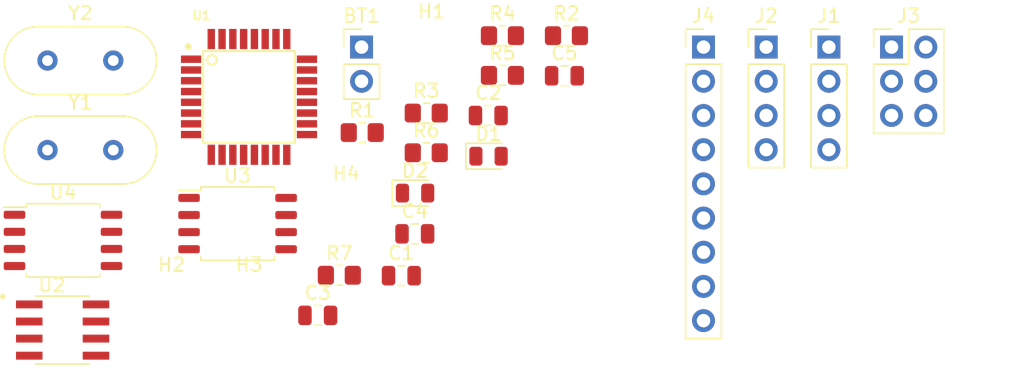
<source format=kicad_pcb>
(kicad_pcb (version 20211014) (generator pcbnew)
  (title_block (title "MCU_logger - Huskies lab") (date "2023-01-31") (rev "1.0v") (company "Designed by @Luis.p.19"))
  (layers (0 "F.Cu" mixed) (31 "B.Cu" mixed) (34 "B.Paste" user) (35 "F.Paste" user) (36 "B.SilkS" user "B.Silkscreen") (37 "F.SilkS" user "F.Silkscreen") (38 "B.Mask" user) (39 "F.Mask" user) (44 "Edge.Cuts" user))
  (property "project_name" "MCU_dtalogger with memory and clock")
  (net 0 "")
  (net 1 "Net-(BT1-Pad1)")
  (net 2 "GND")
  (net 3 "Net-(C2-Pad2)")
  (net 4 "Net-(C3-Pad2)")
  (net 5 "VCC")
  (net 6 "Net-(C5-Pad2)")
  (net 7 "Net-(D1-Pad1)")
  (net 8 "Net-(D2-Pad1)")
  (net 9 "/SCK")
  (net 10 "/SDA")
  (net 11 "/RX")
  (net 12 "/TX")
  (net 13 "/MISO")
  (net 14 "/MOSI")
  (net 15 "/RESET")
  (net 16 "/D2")
  (net 17 "/D3")
  (net 18 "/D4")
  (net 19 "/D5")
  (net 20 "/D6")
  (net 21 "/D7")
  (net 22 "/D8")
  (net 23 "Net-(R1-Pad1)")
  (net 24 "Net-(R2-Pad1)")
  (net 34 "Net-(U2-Pad1)")
  (net 35 "Net-(U2-Pad2)")
  (footprint "footprints:QFP80P900X900X120-32N" (layer "F.Cu") (at 114.205 54.5)
    (fp_text reference "U1" (at -3.543445 -6.038067) (layer "F.SilkS") (effects (font (size 0.641239 0.641239))))
    (fp_text value "ATMEGA328P-AU")
    (fp_line (start 3.4 3.4) (end -3.4 3.4) (layer "F.SilkS") (width 0.1524))
    (fp_line (start -3.4 3.4) (end -3.4 -3.4) (layer "F.SilkS") (width 0.1524))
    (fp_line (start -3.4 -3.4) (end 3.4 -3.4) (layer "F.SilkS") (width 0.1524))
    (fp_line (start 3.4 -3.4) (end 3.4 3.4) (layer "F.SilkS") (width 0.1524))
    (fp_circle (center -4.5 -3.75) (end -4.246 -3.75) (layer "F.SilkS") (width 0) (fill solid))
    (fp_circle (center -2.7432 -2.7432) (end -2.384 -2.7432) (layer "F.SilkS") (width 0.1524) (fill none))
    (pad "1" smd rect locked (at -4.3 -2.8) (size 1.5 0.55) (layers "F.Cu" "F.Paste" "F.Mask") (net 17 "/D3"))
    (pad "2" smd rect locked (at -4.3 -2) (size 1.5 0.55) (layers "F.Cu" "F.Paste" "F.Mask") (net 18 "/D4"))
    (pad "3" smd rect locked (at -4.3 -1.2) (size 1.5 0.55) (layers "F.Cu" "F.Paste" "F.Mask") (net 2 "GND"))
    (pad "4" smd rect locked (at -4.3 -0.4) (size 1.5 0.55) (layers "F.Cu" "F.Paste" "F.Mask") (net 1 "Net-(BT1-Pad1)"))
    (pad "5" smd rect locked (at -4.3 0.4) (size 1.5 0.55) (layers "F.Cu" "F.Paste" "F.Mask") (net 2 "GND"))
    (pad "6" smd rect locked (at -4.3 1.2) (size 1.5 0.55) (layers "F.Cu" "F.Paste" "F.Mask"))
    (pad "7" smd rect locked (at -4.3 2) (size 1.5 0.55) (layers "F.Cu" "F.Paste" "F.Mask") (net 6 "Net-(C5-Pad2)"))
    (pad "8" smd rect locked (at -4.3 2.8) (size 1.5 0.55) (layers "F.Cu" "F.Paste" "F.Mask") (net 4 "Net-(C3-Pad2)"))
    (pad "9" smd rect locked (at -2.8 4.3) (size 0.55 1.5) (layers "F.Cu" "F.Paste" "F.Mask") (net 19 "/D5"))
    (pad "10" smd rect locked (at -2 4.3) (size 0.55 1.5) (layers "F.Cu" "F.Paste" "F.Mask") (net 20 "/D6"))
    (pad "11" smd rect locked (at -1.2 4.3) (size 0.55 1.5) (layers "F.Cu" "F.Paste" "F.Mask") (net 21 "/D7"))
    (pad "12" smd rect locked (at -0.4 4.3) (size 0.55 1.5) (layers "F.Cu" "F.Paste" "F.Mask") (net 22 "/D8"))
    (pad "13" smd rect locked (at 0.4 4.3) (size 0.55 1.5) (layers "F.Cu" "F.Paste" "F.Mask"))
    (pad "14" smd rect locked (at 1.2 4.3) (size 0.55 1.5) (layers "F.Cu" "F.Paste" "F.Mask"))
    (pad "15" smd rect locked (at 2 4.3) (size 0.55 1.5) (layers "F.Cu" "F.Paste" "F.Mask") (net 14 "/MOSI"))
    (pad "16" smd rect locked (at 2.8 4.3) (size 0.55 1.5) (layers "F.Cu" "F.Paste" "F.Mask") (net 13 "/MISO"))
    (pad "17" smd rect locked (at 4.3 2.8) (size 1.5 0.55) (layers "F.Cu" "F.Paste" "F.Mask") (net 9 "/SCK"))
    (pad "18" smd rect locked (at 4.3 2) (size 1.5 0.55) (layers "F.Cu" "F.Paste" "F.Mask") (net 1 "Net-(BT1-Pad1)"))
    (pad "19" smd rect locked (at 4.3 1.2) (size 1.5 0.55) (layers "F.Cu" "F.Paste" "F.Mask"))
    (pad "20" smd rect locked (at 4.3 0.4) (size 1.5 0.55) (layers "F.Cu" "F.Paste" "F.Mask") (net 3 "Net-(C2-Pad2)"))
    (pad "21" smd rect locked (at 4.3 -0.4) (size 1.5 0.55) (layers "F.Cu" "F.Paste" "F.Mask") (net 2 "GND"))
    (pad "22" smd rect locked (at 4.3 -1.2) (size 1.5 0.55) (layers "F.Cu" "F.Paste" "F.Mask"))
    (pad "23" smd rect locked (at 4.3 -2) (size 1.5 0.55) (layers "F.Cu" "F.Paste" "F.Mask"))
    (pad "24" smd rect locked (at 4.3 -2.8) (size 1.5 0.55) (layers "F.Cu" "F.Paste" "F.Mask"))
    (pad "25" smd rect locked (at 2.8 -4.3) (size 0.55 1.5) (layers "F.Cu" "F.Paste" "F.Mask"))
    (pad "26" smd rect locked (at 2 -4.3) (size 0.55 1.5) (layers "F.Cu" "F.Paste" "F.Mask"))
    (pad "27" smd rect locked (at 1.2 -4.3) (size 0.55 1.5) (layers "F.Cu" "F.Paste" "F.Mask") (net 10 "/SDA"))
    (pad "28" smd rect locked (at 0.4 -4.3) (size 0.55 1.5) (layers "F.Cu" "F.Paste" "F.Mask") (net 9 "/SCK"))
    (pad "29" smd rect locked (at -0.4 -4.3) (size 0.55 1.5) (layers "F.Cu" "F.Paste" "F.Mask") (net 15 "/RESET"))
    (pad "30" smd rect locked (at -1.2 -4.3) (size 0.55 1.5) (layers "F.Cu" "F.Paste" "F.Mask") (net 11 "/RX"))
    (pad "31" smd rect locked (at -2 -4.3) (size 0.55 1.5) (layers "F.Cu" "F.Paste" "F.Mask") (net 12 "/TX"))
    (pad "32" smd rect locked (at -2.8 -4.3) (size 0.55 1.5) (layers "F.Cu" "F.Paste" "F.Mask") (net 16 "/D2"))
  )
  (footprint "MountingHole:MountingHole_2.1mm" (layer "F.Cu") (at 108.455 70.17)
    (fp_text reference "H2" (at 0 -3.2) (layer "F.SilkS"))
    (fp_text value "MountingHole")
    (pad "" np_thru_hole circle (at 0 0) (size 2.1 2.1) (drill 2.1) (layers *.Cu *.Mask))
  )
  (footprint "Crystal:Crystal_HC49-U_Vertical" (layer "F.Cu") (at 99.255 51.8)
    (fp_text reference "Y2" (at 2.44 -3.525) (layer "F.SilkS"))
    (fp_text value "16Mhz")
    (fp_line (start -0.685 2.525) (end 5.565 2.525) (layer "F.SilkS") (width 0.12))
    (fp_line (start -0.685 -2.525) (end 5.565 -2.525) (layer "F.SilkS") (width 0.12))
    (fp_arc (start 5.565 -2.525) (mid 8.09 0) (end 5.565 2.525) (layer "F.SilkS") (width 0.12))
    (fp_arc (start -0.685 2.525) (mid -3.21 0) (end -0.685 -2.525) (layer "F.SilkS") (width 0.12))
    (pad "1" thru_hole circle (at 0 0) (size 1.5 1.5) (drill 0.8) (layers *.Cu *.Mask) (net 4 "Net-(C3-Pad2)"))
    (pad "2" thru_hole circle (at 4.88 0) (size 1.5 1.5) (drill 0.8) (layers *.Cu *.Mask) (net 6 "Net-(C5-Pad2)"))
  )
  (footprint "Connector_PinHeader_2.54mm:PinHeader_1x02_P2.54mm_Vertical" (layer "F.Cu") (at 122.555 50.8)
    (fp_text reference "BT1" (at 0 -2.33) (layer "F.SilkS"))
    (fp_text value "Battery_Cell")
    (fp_line (start -1.33 1.27) (end 1.33 1.27) (layer "F.SilkS") (width 0.12))
    (fp_line (start 1.33 1.27) (end 1.33 3.87) (layer "F.SilkS") (width 0.12))
    (fp_line (start -1.33 -1.33) (end 0 -1.33) (layer "F.SilkS") (width 0.12))
    (fp_line (start -1.33 1.27) (end -1.33 3.87) (layer "F.SilkS") (width 0.12))
    (fp_line (start -1.33 3.87) (end 1.33 3.87) (layer "F.SilkS") (width 0.12))
    (fp_line (start -1.33 0) (end -1.33 -1.33) (layer "F.SilkS") (width 0.12))
    (pad "1" thru_hole rect (at 0 0) (size 1.7 1.7) (drill 1) (layers *.Cu *.Mask) (net 1 "Net-(BT1-Pad1)"))
    (pad "2" thru_hole oval (at 0 2.54) (size 1.7 1.7) (drill 1) (layers *.Cu *.Mask) (net 2 "GND"))
  )
  (footprint "Resistor_SMD:R_0805_2012Metric_Pad1.20x1.40mm_HandSolder" (layer "F.Cu") (at 133.005 49.95)
    (fp_text reference "R4" (at 0 -1.65) (layer "F.SilkS"))
    (fp_text value "4.7k")
    (fp_line (start -0.227064 -0.735) (end 0.227064 -0.735) (layer "F.SilkS") (width 0.12))
    (fp_line (start -0.227064 0.735) (end 0.227064 0.735) (layer "F.SilkS") (width 0.12))
    (pad "1" smd roundrect (at -1 0) (size 1.2 1.4) (layers "F.Cu" "F.Paste" "F.Mask") (roundrect_rratio 0.208333) (net 5 "VCC"))
    (pad "2" smd roundrect (at 1 0) (size 1.2 1.4) (layers "F.Cu" "F.Paste" "F.Mask") (roundrect_rratio 0.208333) (net 9 "/SCK"))
  )
  (footprint "Connector_PinHeader_2.54mm:PinHeader_1x04_P2.54mm_Vertical" (layer "F.Cu") (at 157.225 50.8)
    (fp_text reference "J1" (at 0 -2.33) (layer "F.SilkS"))
    (fp_text value "Conn_01x04_Male")
    (fp_line (start -1.33 8.95) (end 1.33 8.95) (layer "F.SilkS") (width 0.12))
    (fp_line (start -1.33 0) (end -1.33 -1.33) (layer "F.SilkS") (width 0.12))
    (fp_line (start -1.33 -1.33) (end 0 -1.33) (layer "F.SilkS") (width 0.12))
    (fp_line (start -1.33 1.27) (end 1.33 1.27) (layer "F.SilkS") (width 0.12))
    (fp_line (start -1.33 1.27) (end -1.33 8.95) (layer "F.SilkS") (width 0.12))
    (fp_line (start 1.33 1.27) (end 1.33 8.95) (layer "F.SilkS") (width 0.12))
    (pad "1" thru_hole rect (at 0 0) (size 1.7 1.7) (drill 1) (layers *.Cu *.Mask) (net 2 "GND"))
    (pad "2" thru_hole oval (at 0 2.54) (size 1.7 1.7) (drill 1) (layers *.Cu *.Mask) (net 5 "VCC"))
    (pad "3" thru_hole oval (at 0 5.08) (size 1.7 1.7) (drill 1) (layers *.Cu *.Mask) (net 10 "/SDA"))
    (pad "4" thru_hole oval (at 0 7.62) (size 1.7 1.7) (drill 1) (layers *.Cu *.Mask) (net 9 "/SCK"))
  )
  (footprint "Resistor_SMD:R_0805_2012Metric_Pad1.20x1.40mm_HandSolder" (layer "F.Cu") (at 137.755 49.95)
    (fp_text reference "R2" (at 0 -1.65) (layer "F.SilkS"))
    (fp_text value "10K")
    (fp_line (start -0.227064 0.735) (end 0.227064 0.735) (layer "F.SilkS") (width 0.12))
    (fp_line (start -0.227064 -0.735) (end 0.227064 -0.735) (layer "F.SilkS") (width 0.12))
    (pad "1" smd roundrect (at -1 0) (size 1.2 1.4) (layers "F.Cu" "F.Paste" "F.Mask") (roundrect_rratio 0.208333) (net 24 "Net-(R2-Pad1)"))
    (pad "2" smd roundrect (at 1 0) (size 1.2 1.4) (layers "F.Cu" "F.Paste" "F.Mask") (roundrect_rratio 0.208333) (net 5 "VCC"))
  )
  (footprint "Capacitor_SMD:C_0805_2012Metric" (layer "F.Cu") (at 119.305 70.73)
    (fp_text reference "C3" (at 0 -1.68) (layer "F.SilkS"))
    (fp_text value "22pF")
    (fp_line (start -0.261252 0.735) (end 0.261252 0.735) (layer "F.SilkS") (width 0.12))
    (fp_line (start -0.261252 -0.735) (end 0.261252 -0.735) (layer "F.SilkS") (width 0.12))
    (pad "1" smd roundrect (at -0.95 0) (size 1 1.45) (layers "F.Cu" "F.Paste" "F.Mask") (net 2 "GND"))
    (pad "2" smd roundrect (at 0.95 0) (size 1 1.45) (layers "F.Cu" "F.Paste" "F.Mask") (net 4 "Net-(C3-Pad2)"))
  )
  (footprint "Resistor_SMD:R_0805_2012Metric_Pad1.20x1.40mm_HandSolder" (layer "F.Cu") (at 133.005 52.9)
    (fp_text reference "R5" (at 0 -1.65) (layer "F.SilkS"))
    (fp_text value "4.7k")
    (fp_line (start -0.227064 -0.735) (end 0.227064 -0.735) (layer "F.SilkS") (width 0.12))
    (fp_line (start -0.227064 0.735) (end 0.227064 0.735) (layer "F.SilkS") (width 0.12))
    (pad "1" smd roundrect (at -1 0) (size 1.2 1.4) (layers "F.Cu" "F.Paste" "F.Mask") (roundrect_rratio 0.208333) (net 5 "VCC"))
    (pad "2" smd roundrect (at 1 0) (size 1.2 1.4) (layers "F.Cu" "F.Paste" "F.Mask") (roundrect_rratio 0.208333) (net 10 "/SDA"))
  )
  (footprint "MountingHole:MountingHole_2.1mm" (layer "F.Cu") (at 127.755 51.35)
    (fp_text reference "H1" (at 0 -3.2) (layer "F.SilkS"))
    (fp_text value "MountingHole")
    (pad "" np_thru_hole circle (at 0 0) (size 2.1 2.1) (drill 2.1) (layers *.Cu *.Mask))
  )
  (footprint "Capacitor_SMD:C_0805_2012Metric" (layer "F.Cu") (at 137.605 52.93)
    (fp_text reference "C5" (at 0 -1.68) (layer "F.SilkS"))
    (fp_text value "22pF")
    (fp_line (start -0.261252 -0.735) (end 0.261252 -0.735) (layer "F.SilkS") (width 0.12))
    (fp_line (start -0.261252 0.735) (end 0.261252 0.735) (layer "F.SilkS") (width 0.12))
    (pad "1" smd roundrect (at -0.95 0) (size 1 1.45) (layers "F.Cu" "F.Paste" "F.Mask") (net 2 "GND"))
    (pad "2" smd roundrect (at 0.95 0) (size 1 1.45) (layers "F.Cu" "F.Paste" "F.Mask") (net 6 "Net-(C5-Pad2)"))
  )
  (footprint "MountingHole:MountingHole_2.1mm" (layer "F.Cu") (at 114.205 70.17)
    (fp_text reference "H3" (at 0 -3.2) (layer "F.SilkS"))
    (fp_text value "MountingHole")
    (pad "" np_thru_hole circle (at 0 0) (size 2.1 2.1) (drill 2.1) (layers *.Cu *.Mask))
  )
  (footprint "LED_SMD:LED_0805_2012Metric" (layer "F.Cu") (at 126.525 61.645)
    (fp_text reference "D2" (at 0 -1.65) (layer "F.SilkS"))
    (fp_text value "LED")
    (fp_line (start -1.685 -0.96) (end -1.685 0.96) (layer "F.SilkS") (width 0.12))
    (fp_line (start 1 -0.96) (end -1.685 -0.96) (layer "F.SilkS") (width 0.12))
    (fp_line (start -1.685 0.96) (end 1 0.96) (layer "F.SilkS") (width 0.12))
    (pad "1" smd roundrect (at -0.9375 0) (size 0.975 1.4) (layers "F.Cu" "F.Paste" "F.Mask") (net 8 "Net-(D2-Pad1)"))
    (pad "2" smd roundrect (at 0.9375 0) (size 0.975 1.4) (layers "F.Cu" "F.Paste" "F.Mask") (net 9 "/SCK"))
  )
  (footprint "Resistor_SMD:R_0805_2012Metric_Pad1.20x1.40mm_HandSolder" (layer "F.Cu") (at 127.355 58.65)
    (fp_text reference "R6" (at 0 -1.65) (layer "F.SilkS"))
    (fp_text value "330")
    (fp_line (start -0.227064 0.735) (end 0.227064 0.735) (layer "F.SilkS") (width 0.12))
    (fp_line (start -0.227064 -0.735) (end 0.227064 -0.735) (layer "F.SilkS") (width 0.12))
    (pad "1" smd roundrect (at -1 0) (size 1.2 1.4) (layers "F.Cu" "F.Paste" "F.Mask") (roundrect_rratio 0.208333) (net 7 "Net-(D1-Pad1)"))
    (pad "2" smd roundrect (at 1 0) (size 1.2 1.4) (layers "F.Cu" "F.Paste" "F.Mask") (roundrect_rratio 0.208333) (net 2 "GND"))
  )
  (footprint "Connector_PinHeader_2.54mm:PinHeader_1x04_P2.54mm_Vertical" (layer "F.Cu") (at 152.575 50.8)
    (fp_text reference "J2" (at 0 -2.33) (layer "F.SilkS"))
    (fp_text value "Conn_01x04_Male")
    (fp_line (start -1.33 1.27) (end 1.33 1.27) (layer "F.SilkS") (width 0.12))
    (fp_line (start -1.33 -1.33) (end 0 -1.33) (layer "F.SilkS") (width 0.12))
    (fp_line (start 1.33 1.27) (end 1.33 8.95) (layer "F.SilkS") (width 0.12))
    (fp_line (start -1.33 0) (end -1.33 -1.33) (layer "F.SilkS") (width 0.12))
    (fp_line (start -1.33 1.27) (end -1.33 8.95) (layer "F.SilkS") (width 0.12))
    (fp_line (start -1.33 8.95) (end 1.33 8.95) (layer "F.SilkS") (width 0.12))
    (pad "1" thru_hole rect (at 0 0) (size 1.7 1.7) (drill 1) (layers *.Cu *.Mask) (net 2 "GND"))
    (pad "2" thru_hole oval (at 0 2.54) (size 1.7 1.7) (drill 1) (layers *.Cu *.Mask) (net 5 "VCC"))
    (pad "3" thru_hole oval (at 0 5.08) (size 1.7 1.7) (drill 1) (layers *.Cu *.Mask) (net 11 "/RX"))
    (pad "4" thru_hole oval (at 0 7.62) (size 1.7 1.7) (drill 1) (layers *.Cu *.Mask) (net 12 "/TX"))
  )
  (footprint "LED_SMD:LED_0805_2012Metric" (layer "F.Cu") (at 131.975 58.905)
    (fp_text reference "D1" (at 0 -1.65) (layer "F.SilkS"))
    (fp_text value "LED")
    (fp_line (start -1.685 0.96) (end 1 0.96) (layer "F.SilkS") (width 0.12))
    (fp_line (start -1.685 -0.96) (end -1.685 0.96) (layer "F.SilkS") (width 0.12))
    (fp_line (start 1 -0.96) (end -1.685 -0.96) (layer "F.SilkS") (width 0.12))
    (pad "1" smd roundrect (at -0.9375 0) (size 0.975 1.4) (layers "F.Cu" "F.Paste" "F.Mask") (net 7 "Net-(D1-Pad1)"))
    (pad "2" smd roundrect (at 0.9375 0) (size 0.975 1.4) (layers "F.Cu" "F.Paste" "F.Mask") (net 1 "Net-(BT1-Pad1)"))
  )
  (footprint "Connector_PinHeader_2.54mm:PinHeader_1x09_P2.54mm_Vertical" (layer "F.Cu") (at 147.925 50.8)
    (fp_text reference "J4" (at 0 -2.33) (layer "F.SilkS"))
    (fp_text value "Conn_01x09_Male")
    (fp_line (start -1.33 1.27) (end -1.33 21.65) (layer "F.SilkS") (width 0.12))
    (fp_line (start -1.33 1.27) (end 1.33 1.27) (layer "F.SilkS") (width 0.12))
    (fp_line (start -1.33 0) (end -1.33 -1.33) (layer "F.SilkS") (width 0.12))
    (fp_line (start 1.33 1.27) (end 1.33 21.65) (layer "F.SilkS") (width 0.12))
    (fp_line (start -1.33 -1.33) (end 0 -1.33) (layer "F.SilkS") (width 0.12))
    (fp_line (start -1.33 21.65) (end 1.33 21.65) (layer "F.SilkS") (width 0.12))
    (pad "1" thru_hole rect (at 0 0) (size 1.7 1.7) (drill 1) (layers *.Cu *.Mask) (net 16 "/D2"))
    (pad "2" thru_hole oval (at 0 2.54) (size 1.7 1.7) (drill 1) (layers *.Cu *.Mask) (net 17 "/D3"))
    (pad "3" thru_hole oval (at 0 5.08) (size 1.7 1.7) (drill 1) (layers *.Cu *.Mask) (net 18 "/D4"))
    (pad "4" thru_hole oval (at 0 7.62) (size 1.7 1.7) (drill 1) (layers *.Cu *.Mask) (net 19 "/D5"))
    (pad "5" thru_hole oval (at 0 10.16) (size 1.7 1.7) (drill 1) (layers *.Cu *.Mask) (net 20 "/D6"))
    (pad "6" thru_hole oval (at 0 12.7) (size 1.7 1.7) (drill 1) (layers *.Cu *.Mask) (net 21 "/D7"))
    (pad "7" thru_hole oval (at 0 15.24) (size 1.7 1.7) (drill 1) (layers *.Cu *.Mask) (net 22 "/D8"))
    (pad "8" thru_hole oval (at 0 17.78) (size 1.7 1.7) (drill 1) (layers *.Cu *.Mask) (net 2 "GND"))
    (pad "9" thru_hole oval (at 0 20.32) (size 1.7 1.7) (drill 1) (layers *.Cu *.Mask) (net 5 "VCC"))
  )
  (footprint "Package_SO:SOIC-8_5.23x5.23mm_P1.27mm" (layer "F.Cu") (at 100.405 65.16)
    (fp_text reference "U4" (at 0 -3.56) (layer "F.SilkS"))
    (fp_text value "24LC1025")
    (fp_line (start 0 -2.725) (end 2.725 -2.725) (layer "F.SilkS") (width 0.12))
    (fp_line (start -2.725 2.725) (end -2.725 2.465) (layer "F.SilkS") (width 0.12))
    (fp_line (start -2.725 -2.725) (end -2.725 -2.465) (layer "F.SilkS") (width 0.12))
    (fp_line (start 0 -2.725) (end -2.725 -2.725) (layer "F.SilkS") (width 0.12))
    (fp_line (start 0 2.725) (end -2.725 2.725) (layer "F.SilkS") (width 0.12))
    (fp_line (start 2.725 2.725) (end 2.725 2.465) (layer "F.SilkS") (width 0.12))
    (fp_line (start -2.725 -2.465) (end -4.4 -2.465) (layer "F.SilkS") (width 0.12))
    (fp_line (start 2.725 -2.725) (end 2.725 -2.465) (layer "F.SilkS") (width 0.12))
    (fp_line (start 0 2.725) (end 2.725 2.725) (layer "F.SilkS") (width 0.12))
    (pad "1" smd roundrect (at -3.6 -1.905) (size 1.6 0.6) (layers "F.Cu" "F.Paste" "F.Mask") (net 5 "VCC"))
    (pad "2" smd roundrect (at -3.6 -0.635) (size 1.6 0.6) (layers "F.Cu" "F.Paste" "F.Mask") (net 2 "GND"))
    (pad "3" smd roundrect (at -3.6 0.635) (size 1.6 0.6) (layers "F.Cu" "F.Paste" "F.Mask") (net 5 "VCC"))
    (pad "4" smd roundrect (at -3.6 1.905) (size 1.6 0.6) (layers "F.Cu" "F.Paste" "F.Mask") (net 2 "GND"))
    (pad "5" smd roundrect (at 3.6 1.905) (size 1.6 0.6) (layers "F.Cu" "F.Paste" "F.Mask") (net 10 "/SDA"))
    (pad "6" smd roundrect (at 3.6 0.635) (size 1.6 0.6) (layers "F.Cu" "F.Paste" "F.Mask") (net 9 "/SCK"))
    (pad "7" smd roundrect (at 3.6 -0.635) (size 1.6 0.6) (layers "F.Cu" "F.Paste" "F.Mask") (net 2 "GND"))
    (pad "8" smd roundrect (at 3.6 -1.905) (size 1.6 0.6) (layers "F.Cu" "F.Paste" "F.Mask") (net 5 "VCC"))
  )
  (footprint "footprints:SOIC127P600X175-8N" (layer "F.Cu") (at 100.375 71.82)
    (fp_text reference "U2" (at -0.795 -3.332) (layer "F.SilkS"))
    (fp_text value "DS1337S+")
    (fp_line (start -2 -2.52) (end 2 -2.52) (layer "F.SilkS") (width 0.127))
    (fp_line (start -2 2.52) (end 2 2.52) (layer "F.SilkS") (width 0.127))
    (fp_circle (center -4.445 -2.495) (end -4.345 -2.495) (layer "F.SilkS") (width 0.2) (fill none))
    (pad "1" smd roundrect locked (at -2.475 -1.905) (size 1.97 0.59) (layers "F.Cu" "F.Paste" "F.Mask") (roundrect_rratio 0.07) (net 34 "Net-(U2-Pad1)"))
    (pad "2" smd roundrect locked (at -2.475 -0.635) (size 1.97 0.59) (layers "F.Cu" "F.Paste" "F.Mask") (roundrect_rratio 0.07) (net 35 "Net-(U2-Pad2)"))
    (pad "3" smd roundrect locked (at -2.475 0.635) (size 1.97 0.59) (layers "F.Cu" "F.Paste" "F.Mask") (roundrect_rratio 0.07) (net 24 "Net-(R2-Pad1)"))
    (pad "4" smd roundrect locked (at -2.475 1.905) (size 1.97 0.59) (layers "F.Cu" "F.Paste" "F.Mask") (roundrect_rratio 0.07) (net 2 "GND"))
    (pad "5" smd roundrect locked (at 2.475 1.905) (size 1.97 0.59) (layers "F.Cu" "F.Paste" "F.Mask") (roundrect_rratio 0.07) (net 10 "/SDA"))
    (pad "6" smd roundrect locked (at 2.475 0.635) (size 1.97 0.59) (layers "F.Cu" "F.Paste" "F.Mask") (roundrect_rratio 0.07) (net 9 "/SCK"))
    (pad "7" smd roundrect locked (at 2.475 -0.635) (size 1.97 0.59) (layers "F.Cu" "F.Paste" "F.Mask") (roundrect_rratio 0.07) (net 23 "Net-(R1-Pad1)"))
    (pad "8" smd roundrect locked (at 2.475 -1.905) (size 1.97 0.59) (layers "F.Cu" "F.Paste" "F.Mask") (roundrect_rratio 0.07) (net 5 "VCC"))
  )
  (footprint "MountingHole:MountingHole_2.1mm" (layer "F.Cu") (at 121.405 63.4)
    (fp_text reference "H4" (at 0 -3.2) (layer "F.SilkS"))
    (fp_text value "MountingHole")
    (pad "" np_thru_hole circle (at 0 0) (size 2.1 2.1) (drill 2.1) (layers *.Cu *.Mask))
  )
  (footprint "Package_SO:SOIC-8_5.23x5.23mm_P1.27mm" (layer "F.Cu") (at 113.355 63.91)
    (fp_text reference "U3" (at 0 -3.56) (layer "F.SilkS"))
    (fp_text value "24LC1025")
    (fp_line (start 0 2.725) (end -2.725 2.725) (layer "F.SilkS") (width 0.12))
    (fp_line (start -2.725 2.725) (end -2.725 2.465) (layer "F.SilkS") (width 0.12))
    (fp_line (start 0 2.725) (end 2.725 2.725) (layer "F.SilkS") (width 0.12))
    (fp_line (start 2.725 -2.725) (end 2.725 -2.465) (layer "F.SilkS") (width 0.12))
    (fp_line (start 0 -2.725) (end 2.725 -2.725) (layer "F.SilkS") (width 0.12))
    (fp_line (start -2.725 -2.465) (end -4.4 -2.465) (layer "F.SilkS") (width 0.12))
    (fp_line (start 2.725 2.725) (end 2.725 2.465) (layer "F.SilkS") (width 0.12))
    (fp_line (start -2.725 -2.725) (end -2.725 -2.465) (layer "F.SilkS") (width 0.12))
    (fp_line (start 0 -2.725) (end -2.725 -2.725) (layer "F.SilkS") (width 0.12))
    (pad "1" smd roundrect (at -3.6 -1.905) (size 1.6 0.6) (layers "F.Cu" "F.Paste" "F.Mask") (net 5 "VCC"))
    (pad "2" smd roundrect (at -3.6 -0.635) (size 1.6 0.6) (layers "F.Cu" "F.Paste" "F.Mask") (net 5 "VCC"))
    (pad "3" smd roundrect (at -3.6 0.635) (size 1.6 0.6) (layers "F.Cu" "F.Paste" "F.Mask") (net 5 "VCC"))
    (pad "4" smd roundrect (at -3.6 1.905) (size 1.6 0.6) (layers "F.Cu" "F.Paste" "F.Mask") (net 2 "GND"))
    (pad "5" smd roundrect (at 3.6 1.905) (size 1.6 0.6) (layers "F.Cu" "F.Paste" "F.Mask") (net 10 "/SDA"))
    (pad "6" smd roundrect (at 3.6 0.635) (size 1.6 0.6) (layers "F.Cu" "F.Paste" "F.Mask") (net 9 "/SCK"))
    (pad "7" smd roundrect (at 3.6 -0.635) (size 1.6 0.6) (layers "F.Cu" "F.Paste" "F.Mask") (net 2 "GND"))
    (pad "8" smd roundrect (at 3.6 -1.905) (size 1.6 0.6) (layers "F.Cu" "F.Paste" "F.Mask") (net 5 "VCC"))
  )
  (footprint "Capacitor_SMD:C_0805_2012Metric" (layer "F.Cu") (at 131.955 55.88)
    (fp_text reference "C2" (at 0 -1.68) (layer "F.SilkS"))
    (fp_text value "0.1UF")
    (fp_line (start -0.261252 0.735) (end 0.261252 0.735) (layer "F.SilkS") (width 0.12))
    (fp_line (start -0.261252 -0.735) (end 0.261252 -0.735) (layer "F.SilkS") (width 0.12))
    (pad "1" smd roundrect (at -0.95 0) (size 1 1.45) (layers "F.Cu" "F.Paste" "F.Mask") (net 2 "GND"))
    (pad "2" smd roundrect (at 0.95 0) (size 1 1.45) (layers "F.Cu" "F.Paste" "F.Mask") (net 3 "Net-(C2-Pad2)"))
  )
  (footprint "Capacitor_SMD:C_0805_2012Metric" (layer "F.Cu") (at 125.505 67.78)
    (fp_text reference "C1" (at 0 -1.68) (layer "F.SilkS"))
    (fp_text value "100nF")
    (fp_line (start -0.261252 0.735) (end 0.261252 0.735) (layer "F.SilkS") (width 0.12))
    (fp_line (start -0.261252 -0.735) (end 0.261252 -0.735) (layer "F.SilkS") (width 0.12))
    (pad "1" smd roundrect (at -0.95 0) (size 1 1.45) (layers "F.Cu" "F.Paste" "F.Mask") (net 1 "Net-(BT1-Pad1)"))
    (pad "2" smd roundrect (at 0.95 0) (size 1 1.45) (layers "F.Cu" "F.Paste" "F.Mask") (net 2 "GND"))
  )
  (footprint "Crystal:Crystal_HC49-U_Vertical" (layer "F.Cu") (at 99.255 58.45)
    (fp_text reference "Y1" (at 2.44 -3.525) (layer "F.SilkS"))
    (fp_text value "32.768KHz")
    (fp_line (start -0.685 -2.525) (end 5.565 -2.525) (layer "F.SilkS") (width 0.12))
    (fp_line (start -0.685 2.525) (end 5.565 2.525) (layer "F.SilkS") (width 0.12))
    (fp_arc (start -0.685 2.525) (mid -3.21 0) (end -0.685 -2.525) (layer "F.SilkS") (width 0.12))
    (fp_arc (start 5.565 -2.525) (mid 8.09 0) (end 5.565 2.525) (layer "F.SilkS") (width 0.12))
    (pad "1" thru_hole circle (at 0 0) (size 1.5 1.5) (drill 0.8) (layers *.Cu *.Mask) (net 35 "Net-(U2-Pad2)"))
    (pad "2" thru_hole circle (at 4.88 0) (size 1.5 1.5) (drill 0.8) (layers *.Cu *.Mask) (net 34 "Net-(U2-Pad1)"))
  )
  (footprint "Connector_PinHeader_2.54mm:PinHeader_2x03_P2.54mm_Vertical" (layer "F.Cu") (at 161.875 50.8)
    (fp_text reference "J3" (at 1.27 -2.33) (layer "F.SilkS"))
    (fp_text value "Conn_02x03_Odd_Even")
    (fp_line (start 1.27 -1.33) (end 3.87 -1.33) (layer "F.SilkS") (width 0.12))
    (fp_line (start -1.33 1.27) (end 1.27 1.27) (layer "F.SilkS") (width 0.12))
    (fp_line (start -1.33 0) (end -1.33 -1.33) (layer "F.SilkS") (width 0.12))
    (fp_line (start -1.33 -1.33) (end 0 -1.33) (layer "F.SilkS") (width 0.12))
    (fp_line (start -1.33 1.27) (end -1.33 6.41) (layer "F.SilkS") (width 0.12))
    (fp_line (start 1.27 1.27) (end 1.27 -1.33) (layer "F.SilkS") (width 0.12))
    (fp_line (start 3.87 -1.33) (end 3.87 6.41) (layer "F.SilkS") (width 0.12))
    (fp_line (start -1.33 6.41) (end 3.87 6.41) (layer "F.SilkS") (width 0.12))
    (pad "1" thru_hole rect (at 0 0) (size 1.7 1.7) (drill 1) (layers *.Cu *.Mask) (net 13 "/MISO"))
    (pad "2" thru_hole oval (at 2.54 0) (size 1.7 1.7) (drill 1) (layers *.Cu *.Mask) (net 5 "VCC"))
    (pad "3" thru_hole oval (at 0 2.54) (size 1.7 1.7) (drill 1) (layers *.Cu *.Mask) (net 9 "/SCK"))
    (pad "4" thru_hole oval (at 2.54 2.54) (size 1.7 1.7) (drill 1) (layers *.Cu *.Mask) (net 14 "/MOSI"))
    (pad "5" thru_hole oval (at 0 5.08) (size 1.7 1.7) (drill 1) (layers *.Cu *.Mask) (net 15 "/RESET"))
    (pad "6" thru_hole oval (at 2.54 5.08) (size 1.7 1.7) (drill 1) (layers *.Cu *.Mask) (net 2 "GND"))
  )
  (footprint "Resistor_SMD:R_0805_2012Metric_Pad1.20x1.40mm_HandSolder" (layer "F.Cu") (at 120.905 67.75)
    (fp_text reference "R7" (at 0 -1.65) (layer "F.SilkS"))
    (fp_text value "330")
    (fp_line (start -0.227064 -0.735) (end 0.227064 -0.735) (layer "F.SilkS") (width 0.12))
    (fp_line (start -0.227064 0.735) (end 0.227064 0.735) (layer "F.SilkS") (width 0.12))
    (pad "1" smd roundrect (at -1 0) (size 1.2 1.4) (layers "F.Cu" "F.Paste" "F.Mask") (roundrect_rratio 0.208333) (net 2 "GND"))
    (pad "2" smd roundrect (at 1 0) (size 1.2 1.4) (layers "F.Cu" "F.Paste" "F.Mask") (roundrect_rratio 0.208333) (net 8 "Net-(D2-Pad1)"))
  )
  (footprint "Resistor_SMD:R_0805_2012Metric_Pad1.20x1.40mm_HandSolder" (layer "F.Cu") (at 122.605 57.15)
    (fp_text reference "R1" (at 0 -1.65) (layer "F.SilkS"))
    (fp_text value "10k")
    (fp_line (start -0.227064 0.735) (end 0.227064 0.735) (layer "F.SilkS") (width 0.12))
    (fp_line (start -0.227064 -0.735) (end 0.227064 -0.735) (layer "F.SilkS") (width 0.12))
    (pad "1" smd roundrect (at -1 0) (size 1.2 1.4) (layers "F.Cu" "F.Paste" "F.Mask") (roundrect_rratio 0.208333) (net 23 "Net-(R1-Pad1)"))
    (pad "2" smd roundrect (at 1 0) (size 1.2 1.4) (layers "F.Cu" "F.Paste" "F.Mask") (roundrect_rratio 0.208333) (net 5 "VCC"))
  )
  (footprint "Capacitor_SMD:C_0805_2012Metric" (layer "F.Cu") (at 126.505 64.67)
    (fp_text reference "C4" (at 0 -1.68) (layer "F.SilkS"))
    (fp_text value "0.1pF")
    (fp_line (start -0.261252 0.735) (end 0.261252 0.735) (layer "F.SilkS") (width 0.12))
    (fp_line (start -0.261252 -0.735) (end 0.261252 -0.735) (layer "F.SilkS") (width 0.12))
    (pad "1" smd roundrect (at -0.95 0) (size 1 1.45) (layers "F.Cu" "F.Paste" "F.Mask") (net 5 "VCC"))
    (pad "2" smd roundrect (at 0.95 0) (size 1 1.45) (layers "F.Cu" "F.Paste" "F.Mask") (net 2 "GND"))
  )
  (footprint "Resistor_SMD:R_0805_2012Metric_Pad1.20x1.40mm_HandSolder" (layer "F.Cu") (at 127.355 55.7)
    (fp_text reference "R3" (at 0 -1.65) (layer "F.SilkS"))
    (fp_text value "10k")
    (fp_line (start -0.227064 0.735) (end 0.227064 0.735) (layer "F.SilkS") (width 0.12))
    (fp_line (start -0.227064 -0.735) (end 0.227064 -0.735) (layer "F.SilkS") (width 0.12))
    (pad "1" smd roundrect (at -1 0) (size 1.2 1.4) (layers "F.Cu" "F.Paste" "F.Mask") (roundrect_rratio 0.208333) (net 5 "VCC"))
    (pad "2" smd roundrect (at 1 0) (size 1.2 1.4) (layers "F.Cu" "F.Paste" "F.Mask") (roundrect_rratio 0.208333) (net 15 "/RESET"))
  )
)
</source>
